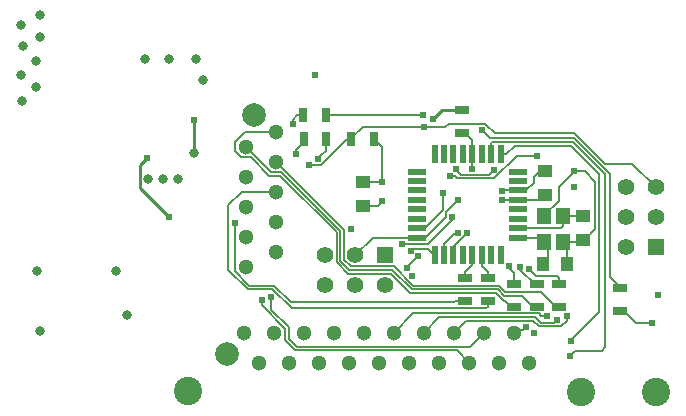
<source format=gbl>
G04 #@! TF.GenerationSoftware,KiCad,Pcbnew,(5.1.10-1-10_14)*
G04 #@! TF.CreationDate,2021-10-01T00:48:21-04:00*
G04 #@! TF.ProjectId,dashboard,64617368-626f-4617-9264-2e6b69636164,rev?*
G04 #@! TF.SameCoordinates,Original*
G04 #@! TF.FileFunction,Copper,L4,Bot*
G04 #@! TF.FilePolarity,Positive*
%FSLAX46Y46*%
G04 Gerber Fmt 4.6, Leading zero omitted, Abs format (unit mm)*
G04 Created by KiCad (PCBNEW (5.1.10-1-10_14)) date 2021-10-01 00:48:21*
%MOMM*%
%LPD*%
G01*
G04 APERTURE LIST*
G04 #@! TA.AperFunction,ComponentPad*
%ADD10C,1.300000*%
G04 #@! TD*
G04 #@! TA.AperFunction,ComponentPad*
%ADD11C,2.000000*%
G04 #@! TD*
G04 #@! TA.AperFunction,SMDPad,CuDef*
%ADD12R,1.600000X0.550000*%
G04 #@! TD*
G04 #@! TA.AperFunction,SMDPad,CuDef*
%ADD13R,0.550000X1.600000*%
G04 #@! TD*
G04 #@! TA.AperFunction,SMDPad,CuDef*
%ADD14R,1.300000X0.700000*%
G04 #@! TD*
G04 #@! TA.AperFunction,ComponentPad*
%ADD15C,1.400000*%
G04 #@! TD*
G04 #@! TA.AperFunction,ComponentPad*
%ADD16R,1.400000X1.400000*%
G04 #@! TD*
G04 #@! TA.AperFunction,SMDPad,CuDef*
%ADD17R,1.250000X1.000000*%
G04 #@! TD*
G04 #@! TA.AperFunction,SMDPad,CuDef*
%ADD18R,0.700000X1.300000*%
G04 #@! TD*
G04 #@! TA.AperFunction,SMDPad,CuDef*
%ADD19R,1.000000X1.250000*%
G04 #@! TD*
G04 #@! TA.AperFunction,SMDPad,CuDef*
%ADD20R,1.200000X1.400000*%
G04 #@! TD*
G04 #@! TA.AperFunction,ComponentPad*
%ADD21C,2.400000*%
G04 #@! TD*
G04 #@! TA.AperFunction,ViaPad*
%ADD22C,0.800000*%
G04 #@! TD*
G04 #@! TA.AperFunction,ViaPad*
%ADD23C,0.609600*%
G04 #@! TD*
G04 #@! TA.AperFunction,Conductor*
%ADD24C,0.152400*%
G04 #@! TD*
G04 #@! TA.AperFunction,Conductor*
%ADD25C,0.254000*%
G04 #@! TD*
G04 APERTURE END LIST*
D10*
X50007520Y-47264320D03*
X50007520Y-44724320D03*
X50007520Y-42184320D03*
X50007520Y-49804320D03*
X47467520Y-43454320D03*
X47467520Y-45994320D03*
X47467520Y-48534320D03*
X47467520Y-51074320D03*
X50007520Y-52344320D03*
X47467520Y-53614320D03*
D11*
X48207520Y-40784320D03*
D12*
X70521140Y-45571760D03*
X70521140Y-46371760D03*
X70521140Y-47171760D03*
X70521140Y-47971760D03*
X70521140Y-48771760D03*
X70521140Y-49571760D03*
X70521140Y-50371760D03*
X70521140Y-51171760D03*
D13*
X69071140Y-52621760D03*
X68271140Y-52621760D03*
X67471140Y-52621760D03*
X66671140Y-52621760D03*
X65871140Y-52621760D03*
X65071140Y-52621760D03*
X64271140Y-52621760D03*
X63471140Y-52621760D03*
D12*
X62021140Y-51171760D03*
X62021140Y-50371760D03*
X62021140Y-49571760D03*
X62021140Y-48771760D03*
X62021140Y-47971760D03*
X62021140Y-47171760D03*
X62021140Y-46371760D03*
X62021140Y-45571760D03*
D13*
X63471140Y-44121760D03*
X64271140Y-44121760D03*
X65071140Y-44121760D03*
X65871140Y-44121760D03*
X66671140Y-44121760D03*
X67471140Y-44121760D03*
X68271140Y-44121760D03*
X69071140Y-44121760D03*
D14*
X65775840Y-40385960D03*
X65775840Y-42285960D03*
D15*
X79687420Y-46906180D03*
X82227420Y-46906180D03*
X79687420Y-49446180D03*
X82227420Y-49446180D03*
X79687420Y-51986180D03*
D16*
X82227420Y-51986180D03*
D10*
X52400200Y-59199780D03*
X49860200Y-59199780D03*
X47320200Y-59199780D03*
X54940200Y-59199780D03*
X48590200Y-61739780D03*
X51130200Y-61739780D03*
X53670200Y-61739780D03*
X56210200Y-61739780D03*
X57480200Y-59199780D03*
X58750200Y-61739780D03*
X60020200Y-59199780D03*
X61290200Y-61739780D03*
X62560200Y-59199780D03*
X63830200Y-61739780D03*
X65100200Y-59199780D03*
X66370200Y-61739780D03*
X67640200Y-59199780D03*
X68910200Y-61739780D03*
X70180200Y-59199780D03*
X71450200Y-61739780D03*
D11*
X45920200Y-60999780D03*
D17*
X57393840Y-46457360D03*
X57393840Y-48457360D03*
D14*
X72113140Y-55105260D03*
X72113140Y-57005260D03*
X79174340Y-55435460D03*
X79174340Y-57335460D03*
D18*
X52379840Y-42783760D03*
X54279840Y-42783760D03*
D17*
X72824340Y-45542960D03*
X72824340Y-47542960D03*
X76075540Y-51352960D03*
X76075540Y-49352960D03*
D19*
X72649840Y-53400960D03*
X74649840Y-53400960D03*
D16*
X59311540Y-52626260D03*
D15*
X59311540Y-55166260D03*
X56771540Y-52626260D03*
X56771540Y-55166260D03*
X54231540Y-52626260D03*
X54231540Y-55166260D03*
D18*
X54241740Y-40815260D03*
X52341740Y-40815260D03*
X58331140Y-42783760D03*
X56431140Y-42783760D03*
D14*
X74018140Y-55105260D03*
X74018140Y-57005260D03*
X70208140Y-55105260D03*
X70208140Y-57005260D03*
X66017140Y-54597260D03*
X66017140Y-56497260D03*
X67985640Y-56497260D03*
X67985640Y-54597260D03*
D20*
X74322840Y-49367260D03*
X74322840Y-51567260D03*
X72722840Y-51567260D03*
X72722840Y-49367260D03*
D21*
X42560240Y-64170560D03*
X75839320Y-64226440D03*
X82222340Y-64195960D03*
D22*
X28585160Y-34975800D03*
X30053280Y-34157920D03*
X28463240Y-33197800D03*
X30053280Y-32278320D03*
X40513000Y-46233080D03*
X39243000Y-46233080D03*
X29748480Y-36220400D03*
X28544520Y-39608760D03*
X41783000Y-46233080D03*
X38989000Y-36073080D03*
X43307000Y-36073080D03*
X29768800Y-38414960D03*
X41021000Y-36073080D03*
X43840400Y-37800280D03*
X28483560Y-37353240D03*
X30027880Y-59095640D03*
X37454840Y-57683400D03*
X29809440Y-54010560D03*
X36494720Y-54030880D03*
D23*
X69192140Y-47197160D03*
X53342540Y-37398960D03*
X61599328Y-54402472D03*
X75300838Y-45526960D03*
X82349340Y-56004460D03*
X71857394Y-59201564D03*
X59044850Y-48066960D03*
X56428640Y-50454560D03*
D22*
X43129200Y-43961010D03*
D23*
X43068240Y-41203880D03*
X61140340Y-53769260D03*
X62076769Y-52702460D03*
X74643482Y-57812461D03*
X51475650Y-41552638D03*
X48839120Y-56464200D03*
X51755049Y-44104569D03*
X49657000Y-56225440D03*
X71236840Y-58726901D03*
X62483992Y-40767000D03*
X53583840Y-44485550D03*
X74919840Y-61224160D03*
X75021440Y-59903360D03*
X67516578Y-42059870D03*
X71501000Y-53827680D03*
X69798994Y-53558258D03*
X70693280Y-53680360D03*
X66220342Y-50797460D03*
X40985440Y-49408080D03*
X39105840Y-44444920D03*
X69179440Y-48016160D03*
X64205434Y-47395972D03*
X75275442Y-46860474D03*
X63373000Y-41148000D03*
X59044878Y-46441370D03*
X46573436Y-49946560D03*
X64747140Y-45946060D03*
X72127559Y-44258679D03*
X62600840Y-41780460D03*
X52821840Y-45018960D03*
X65258377Y-45381008D03*
X68503010Y-45412660D03*
X72951340Y-57820550D03*
X81904840Y-58353960D03*
X73812412Y-58135532D03*
X61457846Y-52257960D03*
X65483755Y-47939960D03*
X65422768Y-50761888D03*
X66614039Y-45311039D03*
X60718106Y-51705170D03*
X64950345Y-49400455D03*
D24*
X74700640Y-51608560D02*
X74703840Y-51605360D01*
X74700640Y-53451760D02*
X74700640Y-51608560D01*
X69217540Y-47171760D02*
X69192140Y-47197160D01*
X70521140Y-47171760D02*
X69217540Y-47171760D01*
X72764140Y-45704760D02*
X72764140Y-45829760D01*
X75861240Y-51567260D02*
X76075540Y-51352960D01*
X74322840Y-51567260D02*
X75861240Y-51567260D01*
X73065640Y-45530260D02*
X72940640Y-45530260D01*
X72722840Y-49367260D02*
X72722840Y-49267260D01*
X72722840Y-49267260D02*
X73967340Y-48022760D01*
X73967340Y-48022760D02*
X73967340Y-46860458D01*
X73967340Y-46860458D02*
X74996039Y-45831759D01*
X74996039Y-45831759D02*
X75300838Y-45526960D01*
X72363840Y-45542960D02*
X72824340Y-45542960D01*
X71871840Y-46034960D02*
X72363840Y-45542960D01*
X70521140Y-47171760D02*
X71243040Y-47171760D01*
X71871840Y-46542960D02*
X71871840Y-46034960D01*
X71243040Y-47171760D02*
X71871840Y-46542960D01*
X76189840Y-45526960D02*
X75300838Y-45526960D01*
X77078840Y-46415960D02*
X76189840Y-45526960D01*
X76075540Y-51352960D02*
X76200540Y-51352960D01*
X77078840Y-50474660D02*
X77078840Y-46415960D01*
X76200540Y-51352960D02*
X77078840Y-50474660D01*
X58740051Y-48371759D02*
X59044850Y-48066960D01*
X58654450Y-48457360D02*
X58740051Y-48371759D01*
X57393840Y-48457360D02*
X58654450Y-48457360D01*
D25*
X43129200Y-41264840D02*
X43068240Y-41203880D01*
X43129200Y-43961010D02*
X43129200Y-41264840D01*
D24*
X76061240Y-49367260D02*
X76075540Y-49352960D01*
X74322840Y-49367260D02*
X76061240Y-49367260D01*
X71473540Y-50371760D02*
X70521140Y-50371760D01*
X74322840Y-50219660D02*
X74170740Y-50371760D01*
X74170740Y-50371760D02*
X71473540Y-50371760D01*
X74322840Y-49367260D02*
X74322840Y-50219660D01*
X73103840Y-53048560D02*
X72700640Y-53451760D01*
X73103840Y-51605360D02*
X73103840Y-53048560D01*
X72741440Y-51171760D02*
X70521140Y-51171760D01*
X73192640Y-51622960D02*
X72741440Y-51171760D01*
X73103840Y-51605360D02*
X73121440Y-51622960D01*
X73121440Y-51622960D02*
X73192640Y-51622960D01*
X55171340Y-53262524D02*
X56109898Y-54201082D01*
X47910352Y-44358549D02*
X49459535Y-45907732D01*
X69345674Y-56502860D02*
X69405740Y-56502860D01*
X56109898Y-54201082D02*
X59781462Y-54201082D01*
X68694896Y-55852082D02*
X69345674Y-56502860D01*
X50357813Y-45907732D02*
X55171340Y-50721260D01*
X69405740Y-56502860D02*
X69908140Y-57005260D01*
X47437190Y-42184320D02*
X46535340Y-43086169D01*
X59781462Y-54201082D02*
X61432462Y-55852082D01*
X69908140Y-57005260D02*
X70208140Y-57005260D01*
X61432462Y-55852082D02*
X68694896Y-55852082D01*
X49459535Y-45907732D02*
X50357813Y-45907732D01*
X55171340Y-50721260D02*
X55171340Y-53262524D01*
X47071419Y-44358549D02*
X47910352Y-44358549D01*
X46535340Y-43822470D02*
X47071419Y-44358549D01*
X46535340Y-43086169D02*
X46535340Y-43822470D01*
X50007520Y-42184320D02*
X47437190Y-42184320D01*
X56236154Y-53896271D02*
X59907718Y-53896271D01*
X47467520Y-43454320D02*
X49616121Y-45602921D01*
X71813140Y-57005260D02*
X72113140Y-57005260D01*
X70875840Y-56067960D02*
X71813140Y-57005260D01*
X69341841Y-56067960D02*
X70875840Y-56067960D01*
X68821152Y-55547271D02*
X69341841Y-56067960D01*
X59907718Y-53896271D02*
X61558718Y-55547271D01*
X50484068Y-45602921D02*
X55501529Y-50620382D01*
X49616121Y-45602921D02*
X50484068Y-45602921D01*
X61558718Y-55547271D02*
X68821152Y-55547271D01*
X55501529Y-50620382D02*
X55501529Y-53161646D01*
X55501529Y-53161646D02*
X56236154Y-53896271D01*
X61140340Y-53638889D02*
X62076769Y-52702460D01*
X61140340Y-53769260D02*
X61140340Y-53638889D01*
X74643482Y-58243513D02*
X74643482Y-57812461D01*
X74215535Y-58671460D02*
X74643482Y-58243513D01*
X71838363Y-58193483D02*
X72316340Y-58671460D01*
X72316340Y-58671460D02*
X74215535Y-58671460D01*
X65100200Y-59199780D02*
X66106497Y-58193483D01*
X66106497Y-58193483D02*
X71838363Y-58193483D01*
X51839340Y-40815260D02*
X51475650Y-41178950D01*
X51475650Y-41178950D02*
X51475650Y-41552638D01*
X52341740Y-40815260D02*
X51839340Y-40815260D01*
X50850789Y-58906921D02*
X48839120Y-56895252D01*
X51684664Y-60706011D02*
X50850789Y-59872136D01*
X66370200Y-61739780D02*
X65336431Y-60706011D01*
X48839120Y-56895252D02*
X48839120Y-56464200D01*
X65336431Y-60706011D02*
X51684664Y-60706011D01*
X50850789Y-59872136D02*
X50850789Y-58906921D01*
X51755049Y-43708551D02*
X51755049Y-44104569D01*
X52379840Y-43083760D02*
X51755049Y-43708551D01*
X52379840Y-42783760D02*
X52379840Y-43083760D01*
X49646840Y-56235600D02*
X49657000Y-56225440D01*
X51810920Y-60401200D02*
X51155600Y-59745880D01*
X51155600Y-58770520D02*
X49646840Y-57261760D01*
X66438780Y-60401200D02*
X51810920Y-60401200D01*
X67640200Y-59199780D02*
X66438780Y-60401200D01*
X51155600Y-59745880D02*
X51155600Y-58770520D01*
X49646840Y-57261760D02*
X49646840Y-56235600D01*
X70180200Y-59199780D02*
X70391020Y-58988960D01*
X71236840Y-58734960D02*
X71236840Y-58726901D01*
X70982840Y-58988960D02*
X71236840Y-58734960D01*
X70391020Y-58988960D02*
X70982840Y-58988960D01*
X54290000Y-40767000D02*
X62483992Y-40767000D01*
X54241740Y-40815260D02*
X54290000Y-40767000D01*
X54279840Y-42783760D02*
X54279840Y-43789550D01*
X54279840Y-43789550D02*
X53888639Y-44180751D01*
X53888639Y-44180751D02*
X53583840Y-44485550D01*
X77929739Y-59304423D02*
X77929742Y-59304426D01*
X77607160Y-60766960D02*
X75377040Y-60766960D01*
X77929739Y-60444381D02*
X77607160Y-60766960D01*
X75377040Y-60766960D02*
X74919840Y-61224160D01*
X68402740Y-43037760D02*
X75161140Y-43037760D01*
X75161140Y-43037760D02*
X77929739Y-45806359D01*
X77929739Y-45806359D02*
X77929739Y-60444381D01*
X68271140Y-43169360D02*
X68402740Y-43037760D01*
X68271140Y-44121760D02*
X68271140Y-43169360D01*
X69071140Y-44121760D02*
X69498540Y-44121760D01*
X69498540Y-44121760D02*
X70252340Y-43367960D01*
X74983340Y-43367960D02*
X77396340Y-45780960D01*
X70252340Y-43367960D02*
X74983340Y-43367960D01*
X77396340Y-45780960D02*
X77396340Y-57426860D01*
X77396340Y-57426860D02*
X75021440Y-59801760D01*
X75021440Y-59801760D02*
X75021440Y-59903360D01*
X79047340Y-55181460D02*
X79301340Y-55435460D01*
X75300830Y-42732950D02*
X68189658Y-42732950D01*
X68189658Y-42732950D02*
X67516578Y-42059870D01*
X79174340Y-55435460D02*
X79174340Y-55305960D01*
X78351340Y-54482960D02*
X78348840Y-54482960D01*
X79174340Y-55305960D02*
X78351340Y-54482960D01*
X78348840Y-54482960D02*
X78348840Y-45780960D01*
X78348840Y-45780960D02*
X75300830Y-42732950D01*
X73832240Y-54416960D02*
X72090280Y-54416960D01*
X74018140Y-54602860D02*
X73832240Y-54416960D01*
X74018140Y-55105260D02*
X74018140Y-54602860D01*
X72090280Y-54416960D02*
X71805799Y-54132479D01*
X71805799Y-54132479D02*
X71501000Y-53827680D01*
X69798994Y-53736034D02*
X69798994Y-53558258D01*
X70208140Y-54145180D02*
X69798994Y-53736034D01*
X70208140Y-55105260D02*
X70208140Y-54145180D01*
X70693280Y-53863240D02*
X70693280Y-53680360D01*
X71935300Y-55105260D02*
X70693280Y-53863240D01*
X72113140Y-55105260D02*
X71935300Y-55105260D01*
X66671140Y-53440860D02*
X66671140Y-52621760D01*
X66017140Y-54094860D02*
X66671140Y-53440860D01*
X66017140Y-54597260D02*
X66017140Y-54094860D01*
X67471140Y-53574160D02*
X67471140Y-52621760D01*
X67471140Y-53580360D02*
X67471140Y-53574160D01*
X67985640Y-54094860D02*
X67471140Y-53580360D01*
X67985640Y-54597260D02*
X67985640Y-54094860D01*
X65071140Y-51946662D02*
X65915543Y-51102259D01*
X65071140Y-52621760D02*
X65071140Y-51946662D01*
X65915543Y-51102259D02*
X66220342Y-50797460D01*
D25*
X38563599Y-44987161D02*
X39105840Y-44444920D01*
X38563599Y-46986239D02*
X38563599Y-44987161D01*
X40985440Y-49408080D02*
X38563599Y-46986239D01*
D24*
X69223840Y-47971760D02*
X69179440Y-48016160D01*
X70521140Y-47971760D02*
X69223840Y-47971760D01*
X72395540Y-47971760D02*
X72824340Y-47542960D01*
X70521140Y-47971760D02*
X72395540Y-47971760D01*
X62021140Y-50371760D02*
X62620888Y-50371760D01*
X64205434Y-47827024D02*
X64205434Y-47395972D01*
X64205434Y-48787214D02*
X64205434Y-47827024D01*
X62620888Y-50371760D02*
X64205434Y-48787214D01*
X58331140Y-42783760D02*
X58105040Y-42783760D01*
D25*
X65775840Y-40385960D02*
X64135040Y-40385960D01*
X64135040Y-40385960D02*
X63373000Y-41148000D01*
D24*
X59028888Y-46457360D02*
X59044878Y-46441370D01*
X57393840Y-46457360D02*
X59028888Y-46457360D01*
X59044878Y-43497498D02*
X58331140Y-42783760D01*
X59044878Y-46441370D02*
X59044878Y-43497498D01*
X47646203Y-55524399D02*
X46014640Y-53892836D01*
X67837840Y-57147460D02*
X51368454Y-57147460D01*
X46014640Y-53892836D02*
X46014640Y-48397160D01*
X51368454Y-57147460D02*
X49745393Y-55524399D01*
X46014640Y-48397160D02*
X47147480Y-47264320D01*
X67985640Y-56999660D02*
X67837840Y-57147460D01*
X49745393Y-55524399D02*
X47646203Y-55524399D01*
X49088282Y-47264320D02*
X50007520Y-47264320D01*
X47147480Y-47264320D02*
X49088282Y-47264320D01*
X67985640Y-56497260D02*
X67985640Y-56999660D01*
X69455407Y-55750460D02*
X72463340Y-55750460D01*
X61684974Y-55242460D02*
X68947408Y-55242460D01*
X50036534Y-44724320D02*
X55806340Y-50494126D01*
X55806340Y-53035390D02*
X56362410Y-53591460D01*
X56362410Y-53591460D02*
X60033974Y-53591460D01*
X60033974Y-53591460D02*
X61684974Y-55242460D01*
X50007520Y-44724320D02*
X50036534Y-44724320D01*
X55806340Y-50494126D02*
X55806340Y-53035390D01*
X73718140Y-57005260D02*
X74018140Y-57005260D01*
X72463340Y-55750460D02*
X73718140Y-57005260D01*
X68947408Y-55242460D02*
X69455407Y-55750460D01*
X46573436Y-54020566D02*
X46573436Y-50377612D01*
X49871649Y-55219588D02*
X47772458Y-55219588D01*
X66017140Y-56497260D02*
X65214740Y-56497260D01*
X51288968Y-56636907D02*
X49871649Y-55219588D01*
X65075093Y-56636907D02*
X51288968Y-56636907D01*
X47772458Y-55219588D02*
X46573436Y-54020566D01*
X65214740Y-56497260D02*
X65075093Y-56636907D01*
X46573436Y-50377612D02*
X46573436Y-49946560D01*
X68530122Y-46149260D02*
X70420703Y-44258679D01*
X65178192Y-45946060D02*
X65381392Y-46149260D01*
X65381392Y-46149260D02*
X68530122Y-46149260D01*
X70420703Y-44258679D02*
X71696507Y-44258679D01*
X64747140Y-45946060D02*
X65178192Y-45946060D01*
X71696507Y-44258679D02*
X72127559Y-44258679D01*
X56073040Y-42783760D02*
X56431140Y-42783760D01*
X53837840Y-45018960D02*
X56073040Y-42783760D01*
X52821840Y-45018960D02*
X53837840Y-45018960D01*
X62169788Y-41780460D02*
X62600840Y-41780460D01*
X57406540Y-41780460D02*
X62169788Y-41780460D01*
X56431140Y-42755860D02*
X57406540Y-41780460D01*
X56431140Y-42783760D02*
X56431140Y-42755860D01*
X62654191Y-41833811D02*
X62600840Y-41780460D01*
X64688217Y-41526469D02*
X64380875Y-41833811D01*
X80210660Y-44889420D02*
X77888366Y-44889420D01*
X68556281Y-42310139D02*
X67772611Y-41526469D01*
X64380875Y-41833811D02*
X62654191Y-41833811D01*
X67772611Y-41526469D02*
X64688217Y-41526469D01*
X77888366Y-44889420D02*
X75309085Y-42310139D01*
X75309085Y-42310139D02*
X68556281Y-42310139D01*
X82227420Y-46906180D02*
X80210660Y-44889420D01*
X68503010Y-45412660D02*
X68071221Y-45844449D01*
X68071221Y-45844449D02*
X65721818Y-45844449D01*
X65563176Y-45685807D02*
X65258377Y-45381008D01*
X65721818Y-45844449D02*
X65563176Y-45685807D01*
X61636119Y-57583861D02*
X72283599Y-57583861D01*
X72283599Y-57583861D02*
X72520288Y-57820550D01*
X60020200Y-59199780D02*
X61636119Y-57583861D01*
X72520288Y-57820550D02*
X72951340Y-57820550D01*
X79301340Y-57335460D02*
X79237840Y-57398960D01*
X80492840Y-58353960D02*
X81904840Y-58353960D01*
X79174340Y-57335460D02*
X79474340Y-57335460D01*
X79474340Y-57335460D02*
X80492840Y-58353960D01*
X73593984Y-58353960D02*
X73812412Y-58135532D01*
X71985053Y-57888672D02*
X72450341Y-58353960D01*
X62560200Y-59199780D02*
X63871308Y-57888672D01*
X72450341Y-58353960D02*
X73593984Y-58353960D01*
X63871308Y-57888672D02*
X71985053Y-57888672D01*
X61584846Y-52130960D02*
X61457846Y-52257960D01*
X63426340Y-52638960D02*
X62918340Y-52130960D01*
X62918340Y-52130960D02*
X61584846Y-52130960D01*
X56771540Y-52626260D02*
X58226040Y-51171760D01*
X58226040Y-51171760D02*
X61068740Y-51171760D01*
X61068740Y-51171760D02*
X62021140Y-51171760D01*
X65178956Y-48244759D02*
X65483755Y-47939960D01*
X64416936Y-49006779D02*
X65178956Y-48244759D01*
X64416936Y-49402905D02*
X64416936Y-49006779D01*
X62021140Y-51171760D02*
X62648081Y-51171760D01*
X62648081Y-51171760D02*
X64416936Y-49402905D01*
X64271140Y-51669360D02*
X65178612Y-50761888D01*
X65178612Y-50761888D02*
X65422768Y-50761888D01*
X64271140Y-52621760D02*
X64271140Y-51669360D01*
X66671140Y-45253938D02*
X66614039Y-45311039D01*
X66671140Y-44121760D02*
X66671140Y-45253938D01*
X66603840Y-44054460D02*
X66671140Y-44121760D01*
X66671140Y-43169360D02*
X66671140Y-44121760D01*
X66671140Y-42881260D02*
X66671140Y-43169360D01*
X66075840Y-42285960D02*
X66671140Y-42881260D01*
X65775840Y-42285960D02*
X66075840Y-42285960D01*
X64950340Y-49400460D02*
X64950345Y-49400455D01*
X64950340Y-49654462D02*
X64950340Y-49400460D01*
X60718106Y-51705170D02*
X62899632Y-51705170D01*
X62899632Y-51705170D02*
X64950340Y-49654462D01*
M02*

</source>
